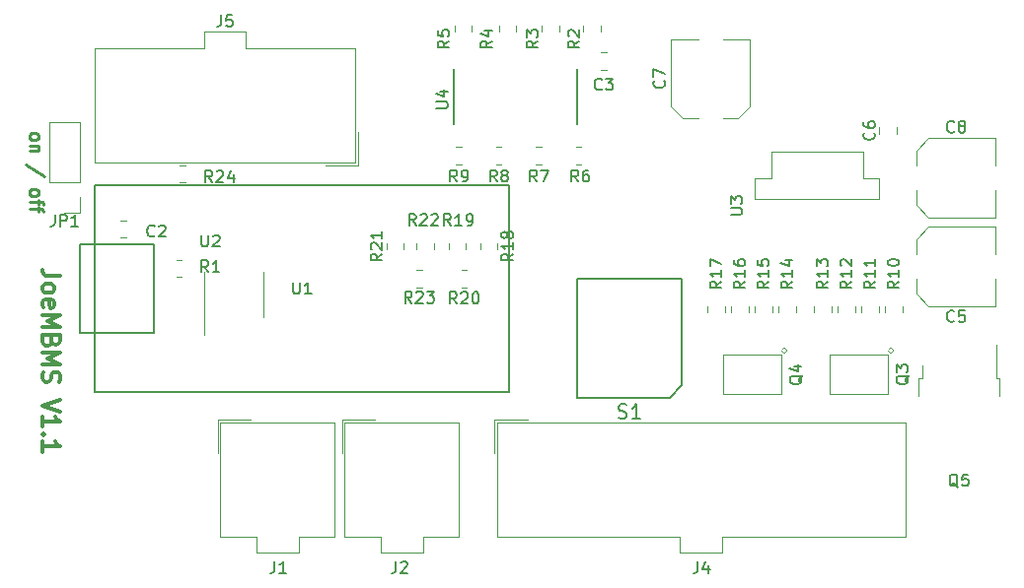
<source format=gbr>
%TF.GenerationSoftware,KiCad,Pcbnew,5.1.9+dfsg1-1*%
%TF.CreationDate,2021-07-09T17:21:31+02:00*%
%TF.ProjectId,JoeMBMS_V1.1,4a6f654d-424d-4535-9f56-312e312e6b69,rev?*%
%TF.SameCoordinates,Original*%
%TF.FileFunction,Legend,Top*%
%TF.FilePolarity,Positive*%
%FSLAX46Y46*%
G04 Gerber Fmt 4.6, Leading zero omitted, Abs format (unit mm)*
G04 Created by KiCad (PCBNEW 5.1.9+dfsg1-1) date 2021-07-09 17:21:31*
%MOMM*%
%LPD*%
G01*
G04 APERTURE LIST*
%ADD10C,0.275000*%
%ADD11C,0.300000*%
%ADD12C,0.120000*%
%ADD13C,0.152400*%
%ADD14C,0.150000*%
G04 APERTURE END LIST*
D10*
X94199142Y-90609333D02*
X94256285Y-90504571D01*
X94313428Y-90452190D01*
X94427714Y-90399809D01*
X94770571Y-90399809D01*
X94884857Y-90452190D01*
X94942000Y-90504571D01*
X94999142Y-90609333D01*
X94999142Y-90766476D01*
X94942000Y-90871238D01*
X94884857Y-90923619D01*
X94770571Y-90976000D01*
X94427714Y-90976000D01*
X94313428Y-90923619D01*
X94256285Y-90871238D01*
X94199142Y-90766476D01*
X94199142Y-90609333D01*
X94999142Y-91447428D02*
X94199142Y-91447428D01*
X94884857Y-91447428D02*
X94942000Y-91499809D01*
X94999142Y-91604571D01*
X94999142Y-91761714D01*
X94942000Y-91866476D01*
X94827714Y-91918857D01*
X94199142Y-91918857D01*
X95456285Y-94066476D02*
X93913428Y-93123619D01*
X94199142Y-95428380D02*
X94256285Y-95323619D01*
X94313428Y-95271238D01*
X94427714Y-95218857D01*
X94770571Y-95218857D01*
X94884857Y-95271238D01*
X94942000Y-95323619D01*
X94999142Y-95428380D01*
X94999142Y-95585523D01*
X94942000Y-95690285D01*
X94884857Y-95742666D01*
X94770571Y-95795047D01*
X94427714Y-95795047D01*
X94313428Y-95742666D01*
X94256285Y-95690285D01*
X94199142Y-95585523D01*
X94199142Y-95428380D01*
X94999142Y-96109333D02*
X94999142Y-96528380D01*
X94199142Y-96266476D02*
X95227714Y-96266476D01*
X95342000Y-96318857D01*
X95399142Y-96423619D01*
X95399142Y-96528380D01*
X94999142Y-96737904D02*
X94999142Y-97156952D01*
X94199142Y-96895047D02*
X95227714Y-96895047D01*
X95342000Y-96947428D01*
X95399142Y-97052190D01*
X95399142Y-97156952D01*
D11*
X96833428Y-102696285D02*
X95762000Y-102696285D01*
X95547714Y-102624857D01*
X95404857Y-102482000D01*
X95333428Y-102267714D01*
X95333428Y-102124857D01*
X95333428Y-103624857D02*
X95404857Y-103482000D01*
X95476285Y-103410571D01*
X95619142Y-103339142D01*
X96047714Y-103339142D01*
X96190571Y-103410571D01*
X96262000Y-103482000D01*
X96333428Y-103624857D01*
X96333428Y-103839142D01*
X96262000Y-103982000D01*
X96190571Y-104053428D01*
X96047714Y-104124857D01*
X95619142Y-104124857D01*
X95476285Y-104053428D01*
X95404857Y-103982000D01*
X95333428Y-103839142D01*
X95333428Y-103624857D01*
X95404857Y-105339142D02*
X95333428Y-105196285D01*
X95333428Y-104910571D01*
X95404857Y-104767714D01*
X95547714Y-104696285D01*
X96119142Y-104696285D01*
X96262000Y-104767714D01*
X96333428Y-104910571D01*
X96333428Y-105196285D01*
X96262000Y-105339142D01*
X96119142Y-105410571D01*
X95976285Y-105410571D01*
X95833428Y-104696285D01*
X95333428Y-106053428D02*
X96833428Y-106053428D01*
X95762000Y-106553428D01*
X96833428Y-107053428D01*
X95333428Y-107053428D01*
X96119142Y-108267714D02*
X96047714Y-108482000D01*
X95976285Y-108553428D01*
X95833428Y-108624857D01*
X95619142Y-108624857D01*
X95476285Y-108553428D01*
X95404857Y-108482000D01*
X95333428Y-108339142D01*
X95333428Y-107767714D01*
X96833428Y-107767714D01*
X96833428Y-108267714D01*
X96762000Y-108410571D01*
X96690571Y-108482000D01*
X96547714Y-108553428D01*
X96404857Y-108553428D01*
X96262000Y-108482000D01*
X96190571Y-108410571D01*
X96119142Y-108267714D01*
X96119142Y-107767714D01*
X95333428Y-109267714D02*
X96833428Y-109267714D01*
X95762000Y-109767714D01*
X96833428Y-110267714D01*
X95333428Y-110267714D01*
X95404857Y-110910571D02*
X95333428Y-111124857D01*
X95333428Y-111482000D01*
X95404857Y-111624857D01*
X95476285Y-111696285D01*
X95619142Y-111767714D01*
X95762000Y-111767714D01*
X95904857Y-111696285D01*
X95976285Y-111624857D01*
X96047714Y-111482000D01*
X96119142Y-111196285D01*
X96190571Y-111053428D01*
X96262000Y-110982000D01*
X96404857Y-110910571D01*
X96547714Y-110910571D01*
X96690571Y-110982000D01*
X96762000Y-111053428D01*
X96833428Y-111196285D01*
X96833428Y-111553428D01*
X96762000Y-111767714D01*
X96833428Y-113339142D02*
X95333428Y-113839142D01*
X96833428Y-114339142D01*
X95333428Y-115624857D02*
X95333428Y-114767714D01*
X95333428Y-115196285D02*
X96833428Y-115196285D01*
X96619142Y-115053428D01*
X96476285Y-114910571D01*
X96404857Y-114767714D01*
X95476285Y-116267714D02*
X95404857Y-116339142D01*
X95333428Y-116267714D01*
X95404857Y-116196285D01*
X95476285Y-116267714D01*
X95333428Y-116267714D01*
X95333428Y-117767714D02*
X95333428Y-116910571D01*
X95333428Y-117339142D02*
X96833428Y-117339142D01*
X96619142Y-117196285D01*
X96476285Y-117053428D01*
X96404857Y-116910571D01*
D12*
%TO.C,JP1*%
X98548500Y-89475000D02*
X95888500Y-89475000D01*
X98548500Y-94615000D02*
X98548500Y-89475000D01*
X95888500Y-94615000D02*
X95888500Y-89475000D01*
X98548500Y-94615000D02*
X95888500Y-94615000D01*
X98548500Y-95885000D02*
X98548500Y-97215000D01*
X98548500Y-97215000D02*
X97218500Y-97215000D01*
D13*
%TO.C,U4*%
X130606800Y-84848700D02*
X130606800Y-89649300D01*
X141173200Y-89649300D02*
X141173200Y-84848700D01*
D14*
%TO.C,U1*%
X99822000Y-107569000D02*
X98552000Y-107569000D01*
X98552000Y-107569000D02*
X98552000Y-99949000D01*
X98552000Y-99949000D02*
X99822000Y-99949000D01*
X104902000Y-107569000D02*
X104902000Y-99949000D01*
X104902000Y-99949000D02*
X99822000Y-99949000D01*
X104902000Y-107569000D02*
X99822000Y-107569000D01*
X99822000Y-94869000D02*
X135382000Y-94869000D01*
X135382000Y-94869000D02*
X135382000Y-112649000D01*
X135382000Y-112649000D02*
X99822000Y-112649000D01*
X99822000Y-112649000D02*
X99822000Y-94869000D01*
D12*
%TO.C,U3*%
X167128000Y-96011000D02*
X167128000Y-94231000D01*
X156458000Y-96011000D02*
X167128000Y-96011000D01*
X156458000Y-94241000D02*
X156458000Y-96011000D01*
X156458000Y-94231000D02*
X157858000Y-94231000D01*
X157858000Y-94231000D02*
X157858000Y-91991000D01*
X157858000Y-91991000D02*
X165738000Y-91991000D01*
X165738000Y-91991000D02*
X165738000Y-94231000D01*
X165738000Y-94231000D02*
X167128000Y-94231000D01*
%TO.C,C8*%
X177146000Y-97644000D02*
X177146000Y-95294000D01*
X177146000Y-90824000D02*
X177146000Y-93174000D01*
X171390437Y-90824000D02*
X177146000Y-90824000D01*
X171390437Y-97644000D02*
X177146000Y-97644000D01*
X170326000Y-96579563D02*
X170326000Y-95294000D01*
X170326000Y-91888437D02*
X170326000Y-93174000D01*
X170326000Y-91888437D02*
X171390437Y-90824000D01*
X170326000Y-96579563D02*
X171390437Y-97644000D01*
%TO.C,C7*%
X156064000Y-82315000D02*
X153714000Y-82315000D01*
X149244000Y-82315000D02*
X151594000Y-82315000D01*
X149244000Y-88070563D02*
X149244000Y-82315000D01*
X156064000Y-88070563D02*
X156064000Y-82315000D01*
X154999563Y-89135000D02*
X153714000Y-89135000D01*
X150308437Y-89135000D02*
X151594000Y-89135000D01*
X150308437Y-89135000D02*
X149244000Y-88070563D01*
X154999563Y-89135000D02*
X156064000Y-88070563D01*
%TO.C,C5*%
X177146000Y-105238600D02*
X177146000Y-102888600D01*
X177146000Y-98418600D02*
X177146000Y-100768600D01*
X171390437Y-98418600D02*
X177146000Y-98418600D01*
X171390437Y-105238600D02*
X177146000Y-105238600D01*
X170326000Y-104174163D02*
X170326000Y-102888600D01*
X170326000Y-99483037D02*
X170326000Y-100768600D01*
X170326000Y-99483037D02*
X171390437Y-98418600D01*
X170326000Y-104174163D02*
X171390437Y-105238600D01*
%TO.C,R12*%
X163603000Y-105309936D02*
X163603000Y-105764064D01*
X165073000Y-105309936D02*
X165073000Y-105764064D01*
%TO.C,C2*%
X102547052Y-99388600D02*
X102024548Y-99388600D01*
X102547052Y-97918600D02*
X102024548Y-97918600D01*
%TO.C,C3*%
X143248748Y-84936000D02*
X143771252Y-84936000D01*
X143248748Y-83466000D02*
X143771252Y-83466000D01*
%TO.C,C6*%
X167159000Y-89908748D02*
X167159000Y-90431252D01*
X168629000Y-89908748D02*
X168629000Y-90431252D01*
%TO.C,J1*%
X115511000Y-115242000D02*
X110601000Y-115242000D01*
X110601000Y-115242000D02*
X110601000Y-125062000D01*
X110601000Y-125062000D02*
X113701000Y-125062000D01*
X113701000Y-125062000D02*
X113701000Y-126462000D01*
X113701000Y-126462000D02*
X115511000Y-126462000D01*
X115511000Y-115242000D02*
X120421000Y-115242000D01*
X120421000Y-115242000D02*
X120421000Y-125062000D01*
X120421000Y-125062000D02*
X117321000Y-125062000D01*
X117321000Y-125062000D02*
X117321000Y-126462000D01*
X117321000Y-126462000D02*
X115511000Y-126462000D01*
X113211000Y-115002000D02*
X110361000Y-115002000D01*
X110361000Y-115002000D02*
X110361000Y-117852000D01*
%TO.C,J2*%
X121029000Y-115002000D02*
X121029000Y-117852000D01*
X123879000Y-115002000D02*
X121029000Y-115002000D01*
X127989000Y-126462000D02*
X126179000Y-126462000D01*
X127989000Y-125062000D02*
X127989000Y-126462000D01*
X131089000Y-125062000D02*
X127989000Y-125062000D01*
X131089000Y-115242000D02*
X131089000Y-125062000D01*
X126179000Y-115242000D02*
X131089000Y-115242000D01*
X124369000Y-126462000D02*
X126179000Y-126462000D01*
X124369000Y-125062000D02*
X124369000Y-126462000D01*
X121269000Y-125062000D02*
X124369000Y-125062000D01*
X121269000Y-115242000D02*
X121269000Y-125062000D01*
X126179000Y-115242000D02*
X121269000Y-115242000D01*
%TO.C,J4*%
X134110000Y-115002000D02*
X134110000Y-117852000D01*
X136960000Y-115002000D02*
X134110000Y-115002000D01*
X153670000Y-126462000D02*
X151860000Y-126462000D01*
X153670000Y-125062000D02*
X153670000Y-126462000D01*
X169370000Y-125062000D02*
X153670000Y-125062000D01*
X169370000Y-115242000D02*
X169370000Y-125062000D01*
X151860000Y-115242000D02*
X169370000Y-115242000D01*
X150050000Y-126462000D02*
X151860000Y-126462000D01*
X150050000Y-125062000D02*
X150050000Y-126462000D01*
X134350000Y-125062000D02*
X150050000Y-125062000D01*
X134350000Y-115242000D02*
X134350000Y-125062000D01*
X151860000Y-115242000D02*
X134350000Y-115242000D01*
%TO.C,J5*%
X122430000Y-93151000D02*
X122430000Y-90301000D01*
X119580000Y-93151000D02*
X122430000Y-93151000D01*
X109170000Y-81691000D02*
X110980000Y-81691000D01*
X109170000Y-83091000D02*
X109170000Y-81691000D01*
X99770000Y-83091000D02*
X109170000Y-83091000D01*
X99770000Y-92911000D02*
X99770000Y-83091000D01*
X110980000Y-92911000D02*
X99770000Y-92911000D01*
X112790000Y-81691000D02*
X110980000Y-81691000D01*
X112790000Y-83091000D02*
X112790000Y-81691000D01*
X122190000Y-83091000D02*
X112790000Y-83091000D01*
X122190000Y-92911000D02*
X122190000Y-83091000D01*
X110980000Y-92911000D02*
X122190000Y-92911000D01*
%TO.C,Q3*%
X162854000Y-112845000D02*
X167854000Y-112845000D01*
X162854000Y-109405000D02*
X167854000Y-109405000D01*
X167854000Y-109405000D02*
X167854000Y-112845000D01*
X162854000Y-109405000D02*
X162854000Y-112845000D01*
X168348000Y-109093000D02*
G75*
G03*
X168348000Y-109093000I-200000J0D01*
G01*
%TO.C,Q4*%
X159204000Y-109093000D02*
G75*
G03*
X159204000Y-109093000I-200000J0D01*
G01*
X153710000Y-109405000D02*
X153710000Y-112845000D01*
X158710000Y-109405000D02*
X158710000Y-112845000D01*
X153710000Y-109405000D02*
X158710000Y-109405000D01*
X153710000Y-112845000D02*
X158710000Y-112845000D01*
%TO.C,Q5*%
X170810000Y-111449000D02*
X170810000Y-110349000D01*
X170540000Y-111449000D02*
X170810000Y-111449000D01*
X170540000Y-112949000D02*
X170540000Y-111449000D01*
X177170000Y-111449000D02*
X177170000Y-108619000D01*
X177440000Y-111449000D02*
X177170000Y-111449000D01*
X177440000Y-112949000D02*
X177440000Y-111449000D01*
%TO.C,R1*%
X106833936Y-101271400D02*
X107288064Y-101271400D01*
X106833936Y-102741400D02*
X107288064Y-102741400D01*
%TO.C,R2*%
X143229000Y-81179936D02*
X143229000Y-81634064D01*
X141759000Y-81179936D02*
X141759000Y-81634064D01*
%TO.C,R3*%
X138203000Y-81179936D02*
X138203000Y-81634064D01*
X139673000Y-81179936D02*
X139673000Y-81634064D01*
%TO.C,R4*%
X134520000Y-81179936D02*
X134520000Y-81634064D01*
X135990000Y-81179936D02*
X135990000Y-81634064D01*
%TO.C,R5*%
X132180000Y-81179936D02*
X132180000Y-81634064D01*
X130710000Y-81179936D02*
X130710000Y-81634064D01*
%TO.C,R6*%
X141123936Y-91594000D02*
X141578064Y-91594000D01*
X141123936Y-93064000D02*
X141578064Y-93064000D01*
%TO.C,R7*%
X137694936Y-93064000D02*
X138149064Y-93064000D01*
X137694936Y-91594000D02*
X138149064Y-91594000D01*
%TO.C,R8*%
X134265936Y-93064000D02*
X134720064Y-93064000D01*
X134265936Y-91594000D02*
X134720064Y-91594000D01*
%TO.C,R9*%
X130836936Y-91594000D02*
X131291064Y-91594000D01*
X130836936Y-93064000D02*
X131291064Y-93064000D01*
%TO.C,R10*%
X167667000Y-105309936D02*
X167667000Y-105764064D01*
X169137000Y-105309936D02*
X169137000Y-105764064D01*
%TO.C,R11*%
X167105000Y-105309936D02*
X167105000Y-105764064D01*
X165635000Y-105309936D02*
X165635000Y-105764064D01*
%TO.C,R13*%
X161571000Y-105309936D02*
X161571000Y-105764064D01*
X163041000Y-105309936D02*
X163041000Y-105764064D01*
%TO.C,R14*%
X158523000Y-105309936D02*
X158523000Y-105764064D01*
X159993000Y-105309936D02*
X159993000Y-105764064D01*
%TO.C,R15*%
X157961000Y-105309936D02*
X157961000Y-105764064D01*
X156491000Y-105309936D02*
X156491000Y-105764064D01*
%TO.C,R16*%
X154459000Y-105309936D02*
X154459000Y-105764064D01*
X155929000Y-105309936D02*
X155929000Y-105764064D01*
%TO.C,R17*%
X153897000Y-105309936D02*
X153897000Y-105764064D01*
X152427000Y-105309936D02*
X152427000Y-105764064D01*
%TO.C,R18*%
X134364400Y-99899736D02*
X134364400Y-100353864D01*
X132894400Y-99899736D02*
X132894400Y-100353864D01*
%TO.C,R19*%
X131672000Y-100353864D02*
X131672000Y-99899736D01*
X130202000Y-100353864D02*
X130202000Y-99899736D01*
%TO.C,R20*%
X131294136Y-102185800D02*
X131748264Y-102185800D01*
X131294136Y-103655800D02*
X131748264Y-103655800D01*
%TO.C,R21*%
X124868000Y-99899736D02*
X124868000Y-100353864D01*
X126338000Y-99899736D02*
X126338000Y-100353864D01*
%TO.C,R22*%
X127433400Y-100353864D02*
X127433400Y-99899736D01*
X128903400Y-100353864D02*
X128903400Y-99899736D01*
%TO.C,R23*%
X127887464Y-102160400D02*
X127433336Y-102160400D01*
X127887464Y-103630400D02*
X127433336Y-103630400D01*
%TO.C,U2*%
X109200000Y-104267000D02*
X109200000Y-107717000D01*
X109200000Y-104267000D02*
X109200000Y-102317000D01*
X114320000Y-104267000D02*
X114320000Y-106217000D01*
X114320000Y-104267000D02*
X114320000Y-102317000D01*
%TO.C,R24*%
X107113336Y-94613400D02*
X107567464Y-94613400D01*
X107113336Y-93143400D02*
X107567464Y-93143400D01*
D14*
%TO.C,S1*%
X141193100Y-102890200D02*
X141193100Y-112160200D01*
X150193100Y-102890200D02*
X141193100Y-102890200D01*
X141193100Y-113160200D02*
X149193100Y-113160200D01*
X141193100Y-112025200D02*
X141193100Y-113160200D01*
X150193100Y-112025200D02*
X149193100Y-113160200D01*
X150193100Y-102890200D02*
X150193100Y-112025200D01*
%TO.C,JP1*%
X96385166Y-97397380D02*
X96385166Y-98111666D01*
X96337547Y-98254523D01*
X96242309Y-98349761D01*
X96099452Y-98397380D01*
X96004214Y-98397380D01*
X96861357Y-98397380D02*
X96861357Y-97397380D01*
X97242309Y-97397380D01*
X97337547Y-97445000D01*
X97385166Y-97492619D01*
X97432785Y-97587857D01*
X97432785Y-97730714D01*
X97385166Y-97825952D01*
X97337547Y-97873571D01*
X97242309Y-97921190D01*
X96861357Y-97921190D01*
X98385166Y-98397380D02*
X97813738Y-98397380D01*
X98099452Y-98397380D02*
X98099452Y-97397380D01*
X98004214Y-97540238D01*
X97908976Y-97635476D01*
X97813738Y-97683095D01*
%TO.C,U4*%
X129119380Y-88264904D02*
X129928904Y-88264904D01*
X130024142Y-88217285D01*
X130071761Y-88169666D01*
X130119380Y-88074428D01*
X130119380Y-87883952D01*
X130071761Y-87788714D01*
X130024142Y-87741095D01*
X129928904Y-87693476D01*
X129119380Y-87693476D01*
X129452714Y-86788714D02*
X130119380Y-86788714D01*
X129071761Y-87026809D02*
X129786047Y-87264904D01*
X129786047Y-86645857D01*
%TO.C,U1*%
X116840095Y-103211380D02*
X116840095Y-104020904D01*
X116887714Y-104116142D01*
X116935333Y-104163761D01*
X117030571Y-104211380D01*
X117221047Y-104211380D01*
X117316285Y-104163761D01*
X117363904Y-104116142D01*
X117411523Y-104020904D01*
X117411523Y-103211380D01*
X118411523Y-104211380D02*
X117840095Y-104211380D01*
X118125809Y-104211380D02*
X118125809Y-103211380D01*
X118030571Y-103354238D01*
X117935333Y-103449476D01*
X117840095Y-103497095D01*
%TO.C,U3*%
X154392380Y-97408904D02*
X155201904Y-97408904D01*
X155297142Y-97361285D01*
X155344761Y-97313666D01*
X155392380Y-97218428D01*
X155392380Y-97027952D01*
X155344761Y-96932714D01*
X155297142Y-96885095D01*
X155201904Y-96837476D01*
X154392380Y-96837476D01*
X154392380Y-96456523D02*
X154392380Y-95837476D01*
X154773333Y-96170809D01*
X154773333Y-96027952D01*
X154820952Y-95932714D01*
X154868571Y-95885095D01*
X154963809Y-95837476D01*
X155201904Y-95837476D01*
X155297142Y-95885095D01*
X155344761Y-95932714D01*
X155392380Y-96027952D01*
X155392380Y-96313666D01*
X155344761Y-96408904D01*
X155297142Y-96456523D01*
%TO.C,C8*%
X173569333Y-90241142D02*
X173521714Y-90288761D01*
X173378857Y-90336380D01*
X173283619Y-90336380D01*
X173140761Y-90288761D01*
X173045523Y-90193523D01*
X172997904Y-90098285D01*
X172950285Y-89907809D01*
X172950285Y-89764952D01*
X172997904Y-89574476D01*
X173045523Y-89479238D01*
X173140761Y-89384000D01*
X173283619Y-89336380D01*
X173378857Y-89336380D01*
X173521714Y-89384000D01*
X173569333Y-89431619D01*
X174140761Y-89764952D02*
X174045523Y-89717333D01*
X173997904Y-89669714D01*
X173950285Y-89574476D01*
X173950285Y-89526857D01*
X173997904Y-89431619D01*
X174045523Y-89384000D01*
X174140761Y-89336380D01*
X174331238Y-89336380D01*
X174426476Y-89384000D01*
X174474095Y-89431619D01*
X174521714Y-89526857D01*
X174521714Y-89574476D01*
X174474095Y-89669714D01*
X174426476Y-89717333D01*
X174331238Y-89764952D01*
X174140761Y-89764952D01*
X174045523Y-89812571D01*
X173997904Y-89860190D01*
X173950285Y-89955428D01*
X173950285Y-90145904D01*
X173997904Y-90241142D01*
X174045523Y-90288761D01*
X174140761Y-90336380D01*
X174331238Y-90336380D01*
X174426476Y-90288761D01*
X174474095Y-90241142D01*
X174521714Y-90145904D01*
X174521714Y-89955428D01*
X174474095Y-89860190D01*
X174426476Y-89812571D01*
X174331238Y-89764952D01*
%TO.C,C7*%
X148661142Y-85891666D02*
X148708761Y-85939285D01*
X148756380Y-86082142D01*
X148756380Y-86177380D01*
X148708761Y-86320238D01*
X148613523Y-86415476D01*
X148518285Y-86463095D01*
X148327809Y-86510714D01*
X148184952Y-86510714D01*
X147994476Y-86463095D01*
X147899238Y-86415476D01*
X147804000Y-86320238D01*
X147756380Y-86177380D01*
X147756380Y-86082142D01*
X147804000Y-85939285D01*
X147851619Y-85891666D01*
X147756380Y-85558333D02*
X147756380Y-84891666D01*
X148756380Y-85320238D01*
%TO.C,C5*%
X173569333Y-106529142D02*
X173521714Y-106576761D01*
X173378857Y-106624380D01*
X173283619Y-106624380D01*
X173140761Y-106576761D01*
X173045523Y-106481523D01*
X172997904Y-106386285D01*
X172950285Y-106195809D01*
X172950285Y-106052952D01*
X172997904Y-105862476D01*
X173045523Y-105767238D01*
X173140761Y-105672000D01*
X173283619Y-105624380D01*
X173378857Y-105624380D01*
X173521714Y-105672000D01*
X173569333Y-105719619D01*
X174474095Y-105624380D02*
X173997904Y-105624380D01*
X173950285Y-106100571D01*
X173997904Y-106052952D01*
X174093142Y-106005333D01*
X174331238Y-106005333D01*
X174426476Y-106052952D01*
X174474095Y-106100571D01*
X174521714Y-106195809D01*
X174521714Y-106433904D01*
X174474095Y-106529142D01*
X174426476Y-106576761D01*
X174331238Y-106624380D01*
X174093142Y-106624380D01*
X173997904Y-106576761D01*
X173950285Y-106529142D01*
%TO.C,R12*%
X164790380Y-103131857D02*
X164314190Y-103465190D01*
X164790380Y-103703285D02*
X163790380Y-103703285D01*
X163790380Y-103322333D01*
X163838000Y-103227095D01*
X163885619Y-103179476D01*
X163980857Y-103131857D01*
X164123714Y-103131857D01*
X164218952Y-103179476D01*
X164266571Y-103227095D01*
X164314190Y-103322333D01*
X164314190Y-103703285D01*
X164790380Y-102179476D02*
X164790380Y-102750904D01*
X164790380Y-102465190D02*
X163790380Y-102465190D01*
X163933238Y-102560428D01*
X164028476Y-102655666D01*
X164076095Y-102750904D01*
X163885619Y-101798523D02*
X163838000Y-101750904D01*
X163790380Y-101655666D01*
X163790380Y-101417571D01*
X163838000Y-101322333D01*
X163885619Y-101274714D01*
X163980857Y-101227095D01*
X164076095Y-101227095D01*
X164218952Y-101274714D01*
X164790380Y-101846142D01*
X164790380Y-101227095D01*
%TO.C,C2*%
X104938533Y-99213942D02*
X104890914Y-99261561D01*
X104748057Y-99309180D01*
X104652819Y-99309180D01*
X104509961Y-99261561D01*
X104414723Y-99166323D01*
X104367104Y-99071085D01*
X104319485Y-98880609D01*
X104319485Y-98737752D01*
X104367104Y-98547276D01*
X104414723Y-98452038D01*
X104509961Y-98356800D01*
X104652819Y-98309180D01*
X104748057Y-98309180D01*
X104890914Y-98356800D01*
X104938533Y-98404419D01*
X105319485Y-98404419D02*
X105367104Y-98356800D01*
X105462342Y-98309180D01*
X105700438Y-98309180D01*
X105795676Y-98356800D01*
X105843295Y-98404419D01*
X105890914Y-98499657D01*
X105890914Y-98594895D01*
X105843295Y-98737752D01*
X105271866Y-99309180D01*
X105890914Y-99309180D01*
%TO.C,C3*%
X143343333Y-86590142D02*
X143295714Y-86637761D01*
X143152857Y-86685380D01*
X143057619Y-86685380D01*
X142914761Y-86637761D01*
X142819523Y-86542523D01*
X142771904Y-86447285D01*
X142724285Y-86256809D01*
X142724285Y-86113952D01*
X142771904Y-85923476D01*
X142819523Y-85828238D01*
X142914761Y-85733000D01*
X143057619Y-85685380D01*
X143152857Y-85685380D01*
X143295714Y-85733000D01*
X143343333Y-85780619D01*
X143676666Y-85685380D02*
X144295714Y-85685380D01*
X143962380Y-86066333D01*
X144105238Y-86066333D01*
X144200476Y-86113952D01*
X144248095Y-86161571D01*
X144295714Y-86256809D01*
X144295714Y-86494904D01*
X144248095Y-86590142D01*
X144200476Y-86637761D01*
X144105238Y-86685380D01*
X143819523Y-86685380D01*
X143724285Y-86637761D01*
X143676666Y-86590142D01*
%TO.C,C6*%
X166676342Y-90336666D02*
X166723961Y-90384285D01*
X166771580Y-90527142D01*
X166771580Y-90622380D01*
X166723961Y-90765238D01*
X166628723Y-90860476D01*
X166533485Y-90908095D01*
X166343009Y-90955714D01*
X166200152Y-90955714D01*
X166009676Y-90908095D01*
X165914438Y-90860476D01*
X165819200Y-90765238D01*
X165771580Y-90622380D01*
X165771580Y-90527142D01*
X165819200Y-90384285D01*
X165866819Y-90336666D01*
X165771580Y-89479523D02*
X165771580Y-89670000D01*
X165819200Y-89765238D01*
X165866819Y-89812857D01*
X166009676Y-89908095D01*
X166200152Y-89955714D01*
X166581104Y-89955714D01*
X166676342Y-89908095D01*
X166723961Y-89860476D01*
X166771580Y-89765238D01*
X166771580Y-89574761D01*
X166723961Y-89479523D01*
X166676342Y-89431904D01*
X166581104Y-89384285D01*
X166343009Y-89384285D01*
X166247771Y-89431904D01*
X166200152Y-89479523D01*
X166152533Y-89574761D01*
X166152533Y-89765238D01*
X166200152Y-89860476D01*
X166247771Y-89908095D01*
X166343009Y-89955714D01*
%TO.C,J1*%
X115236666Y-127214380D02*
X115236666Y-127928666D01*
X115189047Y-128071523D01*
X115093809Y-128166761D01*
X114950952Y-128214380D01*
X114855714Y-128214380D01*
X116236666Y-128214380D02*
X115665238Y-128214380D01*
X115950952Y-128214380D02*
X115950952Y-127214380D01*
X115855714Y-127357238D01*
X115760476Y-127452476D01*
X115665238Y-127500095D01*
%TO.C,J2*%
X125650666Y-127214380D02*
X125650666Y-127928666D01*
X125603047Y-128071523D01*
X125507809Y-128166761D01*
X125364952Y-128214380D01*
X125269714Y-128214380D01*
X126079238Y-127309619D02*
X126126857Y-127262000D01*
X126222095Y-127214380D01*
X126460190Y-127214380D01*
X126555428Y-127262000D01*
X126603047Y-127309619D01*
X126650666Y-127404857D01*
X126650666Y-127500095D01*
X126603047Y-127642952D01*
X126031619Y-128214380D01*
X126650666Y-128214380D01*
%TO.C,J4*%
X151558666Y-127214380D02*
X151558666Y-127928666D01*
X151511047Y-128071523D01*
X151415809Y-128166761D01*
X151272952Y-128214380D01*
X151177714Y-128214380D01*
X152463428Y-127547714D02*
X152463428Y-128214380D01*
X152225333Y-127166761D02*
X151987238Y-127881047D01*
X152606285Y-127881047D01*
%TO.C,J5*%
X110664666Y-80224380D02*
X110664666Y-80938666D01*
X110617047Y-81081523D01*
X110521809Y-81176761D01*
X110378952Y-81224380D01*
X110283714Y-81224380D01*
X111617047Y-80224380D02*
X111140857Y-80224380D01*
X111093238Y-80700571D01*
X111140857Y-80652952D01*
X111236095Y-80605333D01*
X111474190Y-80605333D01*
X111569428Y-80652952D01*
X111617047Y-80700571D01*
X111664666Y-80795809D01*
X111664666Y-81033904D01*
X111617047Y-81129142D01*
X111569428Y-81176761D01*
X111474190Y-81224380D01*
X111236095Y-81224380D01*
X111140857Y-81176761D01*
X111093238Y-81129142D01*
%TO.C,Q3*%
X169711619Y-111220238D02*
X169664000Y-111315476D01*
X169568761Y-111410714D01*
X169425904Y-111553571D01*
X169378285Y-111648809D01*
X169378285Y-111744047D01*
X169616380Y-111696428D02*
X169568761Y-111791666D01*
X169473523Y-111886904D01*
X169283047Y-111934523D01*
X168949714Y-111934523D01*
X168759238Y-111886904D01*
X168664000Y-111791666D01*
X168616380Y-111696428D01*
X168616380Y-111505952D01*
X168664000Y-111410714D01*
X168759238Y-111315476D01*
X168949714Y-111267857D01*
X169283047Y-111267857D01*
X169473523Y-111315476D01*
X169568761Y-111410714D01*
X169616380Y-111505952D01*
X169616380Y-111696428D01*
X168616380Y-110934523D02*
X168616380Y-110315476D01*
X168997333Y-110648809D01*
X168997333Y-110505952D01*
X169044952Y-110410714D01*
X169092571Y-110363095D01*
X169187809Y-110315476D01*
X169425904Y-110315476D01*
X169521142Y-110363095D01*
X169568761Y-110410714D01*
X169616380Y-110505952D01*
X169616380Y-110791666D01*
X169568761Y-110886904D01*
X169521142Y-110934523D01*
%TO.C,Q4*%
X160567619Y-111220238D02*
X160520000Y-111315476D01*
X160424761Y-111410714D01*
X160281904Y-111553571D01*
X160234285Y-111648809D01*
X160234285Y-111744047D01*
X160472380Y-111696428D02*
X160424761Y-111791666D01*
X160329523Y-111886904D01*
X160139047Y-111934523D01*
X159805714Y-111934523D01*
X159615238Y-111886904D01*
X159520000Y-111791666D01*
X159472380Y-111696428D01*
X159472380Y-111505952D01*
X159520000Y-111410714D01*
X159615238Y-111315476D01*
X159805714Y-111267857D01*
X160139047Y-111267857D01*
X160329523Y-111315476D01*
X160424761Y-111410714D01*
X160472380Y-111505952D01*
X160472380Y-111696428D01*
X159805714Y-110410714D02*
X160472380Y-110410714D01*
X159424761Y-110648809D02*
X160139047Y-110886904D01*
X160139047Y-110267857D01*
%TO.C,Q5*%
X173894761Y-120816619D02*
X173799523Y-120769000D01*
X173704285Y-120673761D01*
X173561428Y-120530904D01*
X173466190Y-120483285D01*
X173370952Y-120483285D01*
X173418571Y-120721380D02*
X173323333Y-120673761D01*
X173228095Y-120578523D01*
X173180476Y-120388047D01*
X173180476Y-120054714D01*
X173228095Y-119864238D01*
X173323333Y-119769000D01*
X173418571Y-119721380D01*
X173609047Y-119721380D01*
X173704285Y-119769000D01*
X173799523Y-119864238D01*
X173847142Y-120054714D01*
X173847142Y-120388047D01*
X173799523Y-120578523D01*
X173704285Y-120673761D01*
X173609047Y-120721380D01*
X173418571Y-120721380D01*
X174751904Y-119721380D02*
X174275714Y-119721380D01*
X174228095Y-120197571D01*
X174275714Y-120149952D01*
X174370952Y-120102333D01*
X174609047Y-120102333D01*
X174704285Y-120149952D01*
X174751904Y-120197571D01*
X174799523Y-120292809D01*
X174799523Y-120530904D01*
X174751904Y-120626142D01*
X174704285Y-120673761D01*
X174609047Y-120721380D01*
X174370952Y-120721380D01*
X174275714Y-120673761D01*
X174228095Y-120626142D01*
%TO.C,R1*%
X109561333Y-102331780D02*
X109228000Y-101855590D01*
X108989904Y-102331780D02*
X108989904Y-101331780D01*
X109370857Y-101331780D01*
X109466095Y-101379400D01*
X109513714Y-101427019D01*
X109561333Y-101522257D01*
X109561333Y-101665114D01*
X109513714Y-101760352D01*
X109466095Y-101807971D01*
X109370857Y-101855590D01*
X108989904Y-101855590D01*
X110513714Y-102331780D02*
X109942285Y-102331780D01*
X110228000Y-102331780D02*
X110228000Y-101331780D01*
X110132761Y-101474638D01*
X110037523Y-101569876D01*
X109942285Y-101617495D01*
%TO.C,R2*%
X141422380Y-82462666D02*
X140946190Y-82796000D01*
X141422380Y-83034095D02*
X140422380Y-83034095D01*
X140422380Y-82653142D01*
X140470000Y-82557904D01*
X140517619Y-82510285D01*
X140612857Y-82462666D01*
X140755714Y-82462666D01*
X140850952Y-82510285D01*
X140898571Y-82557904D01*
X140946190Y-82653142D01*
X140946190Y-83034095D01*
X140517619Y-82081714D02*
X140470000Y-82034095D01*
X140422380Y-81938857D01*
X140422380Y-81700761D01*
X140470000Y-81605523D01*
X140517619Y-81557904D01*
X140612857Y-81510285D01*
X140708095Y-81510285D01*
X140850952Y-81557904D01*
X141422380Y-82129333D01*
X141422380Y-81510285D01*
%TO.C,R3*%
X137866380Y-82462666D02*
X137390190Y-82796000D01*
X137866380Y-83034095D02*
X136866380Y-83034095D01*
X136866380Y-82653142D01*
X136914000Y-82557904D01*
X136961619Y-82510285D01*
X137056857Y-82462666D01*
X137199714Y-82462666D01*
X137294952Y-82510285D01*
X137342571Y-82557904D01*
X137390190Y-82653142D01*
X137390190Y-83034095D01*
X136866380Y-82129333D02*
X136866380Y-81510285D01*
X137247333Y-81843619D01*
X137247333Y-81700761D01*
X137294952Y-81605523D01*
X137342571Y-81557904D01*
X137437809Y-81510285D01*
X137675904Y-81510285D01*
X137771142Y-81557904D01*
X137818761Y-81605523D01*
X137866380Y-81700761D01*
X137866380Y-81986476D01*
X137818761Y-82081714D01*
X137771142Y-82129333D01*
%TO.C,R4*%
X133929380Y-82462666D02*
X133453190Y-82796000D01*
X133929380Y-83034095D02*
X132929380Y-83034095D01*
X132929380Y-82653142D01*
X132977000Y-82557904D01*
X133024619Y-82510285D01*
X133119857Y-82462666D01*
X133262714Y-82462666D01*
X133357952Y-82510285D01*
X133405571Y-82557904D01*
X133453190Y-82653142D01*
X133453190Y-83034095D01*
X133262714Y-81605523D02*
X133929380Y-81605523D01*
X132881761Y-81843619D02*
X133596047Y-82081714D01*
X133596047Y-81462666D01*
%TO.C,R5*%
X130246380Y-82462666D02*
X129770190Y-82796000D01*
X130246380Y-83034095D02*
X129246380Y-83034095D01*
X129246380Y-82653142D01*
X129294000Y-82557904D01*
X129341619Y-82510285D01*
X129436857Y-82462666D01*
X129579714Y-82462666D01*
X129674952Y-82510285D01*
X129722571Y-82557904D01*
X129770190Y-82653142D01*
X129770190Y-83034095D01*
X129246380Y-81557904D02*
X129246380Y-82034095D01*
X129722571Y-82081714D01*
X129674952Y-82034095D01*
X129627333Y-81938857D01*
X129627333Y-81700761D01*
X129674952Y-81605523D01*
X129722571Y-81557904D01*
X129817809Y-81510285D01*
X130055904Y-81510285D01*
X130151142Y-81557904D01*
X130198761Y-81605523D01*
X130246380Y-81700761D01*
X130246380Y-81938857D01*
X130198761Y-82034095D01*
X130151142Y-82081714D01*
%TO.C,R6*%
X141311333Y-94559380D02*
X140978000Y-94083190D01*
X140739904Y-94559380D02*
X140739904Y-93559380D01*
X141120857Y-93559380D01*
X141216095Y-93607000D01*
X141263714Y-93654619D01*
X141311333Y-93749857D01*
X141311333Y-93892714D01*
X141263714Y-93987952D01*
X141216095Y-94035571D01*
X141120857Y-94083190D01*
X140739904Y-94083190D01*
X142168476Y-93559380D02*
X141978000Y-93559380D01*
X141882761Y-93607000D01*
X141835142Y-93654619D01*
X141739904Y-93797476D01*
X141692285Y-93987952D01*
X141692285Y-94368904D01*
X141739904Y-94464142D01*
X141787523Y-94511761D01*
X141882761Y-94559380D01*
X142073238Y-94559380D01*
X142168476Y-94511761D01*
X142216095Y-94464142D01*
X142263714Y-94368904D01*
X142263714Y-94130809D01*
X142216095Y-94035571D01*
X142168476Y-93987952D01*
X142073238Y-93940333D01*
X141882761Y-93940333D01*
X141787523Y-93987952D01*
X141739904Y-94035571D01*
X141692285Y-94130809D01*
%TO.C,R7*%
X137755333Y-94559380D02*
X137422000Y-94083190D01*
X137183904Y-94559380D02*
X137183904Y-93559380D01*
X137564857Y-93559380D01*
X137660095Y-93607000D01*
X137707714Y-93654619D01*
X137755333Y-93749857D01*
X137755333Y-93892714D01*
X137707714Y-93987952D01*
X137660095Y-94035571D01*
X137564857Y-94083190D01*
X137183904Y-94083190D01*
X138088666Y-93559380D02*
X138755333Y-93559380D01*
X138326761Y-94559380D01*
%TO.C,R8*%
X134326333Y-94559380D02*
X133993000Y-94083190D01*
X133754904Y-94559380D02*
X133754904Y-93559380D01*
X134135857Y-93559380D01*
X134231095Y-93607000D01*
X134278714Y-93654619D01*
X134326333Y-93749857D01*
X134326333Y-93892714D01*
X134278714Y-93987952D01*
X134231095Y-94035571D01*
X134135857Y-94083190D01*
X133754904Y-94083190D01*
X134897761Y-93987952D02*
X134802523Y-93940333D01*
X134754904Y-93892714D01*
X134707285Y-93797476D01*
X134707285Y-93749857D01*
X134754904Y-93654619D01*
X134802523Y-93607000D01*
X134897761Y-93559380D01*
X135088238Y-93559380D01*
X135183476Y-93607000D01*
X135231095Y-93654619D01*
X135278714Y-93749857D01*
X135278714Y-93797476D01*
X135231095Y-93892714D01*
X135183476Y-93940333D01*
X135088238Y-93987952D01*
X134897761Y-93987952D01*
X134802523Y-94035571D01*
X134754904Y-94083190D01*
X134707285Y-94178428D01*
X134707285Y-94368904D01*
X134754904Y-94464142D01*
X134802523Y-94511761D01*
X134897761Y-94559380D01*
X135088238Y-94559380D01*
X135183476Y-94511761D01*
X135231095Y-94464142D01*
X135278714Y-94368904D01*
X135278714Y-94178428D01*
X135231095Y-94083190D01*
X135183476Y-94035571D01*
X135088238Y-93987952D01*
%TO.C,R9*%
X130897333Y-94559380D02*
X130564000Y-94083190D01*
X130325904Y-94559380D02*
X130325904Y-93559380D01*
X130706857Y-93559380D01*
X130802095Y-93607000D01*
X130849714Y-93654619D01*
X130897333Y-93749857D01*
X130897333Y-93892714D01*
X130849714Y-93987952D01*
X130802095Y-94035571D01*
X130706857Y-94083190D01*
X130325904Y-94083190D01*
X131373523Y-94559380D02*
X131564000Y-94559380D01*
X131659238Y-94511761D01*
X131706857Y-94464142D01*
X131802095Y-94321285D01*
X131849714Y-94130809D01*
X131849714Y-93749857D01*
X131802095Y-93654619D01*
X131754476Y-93607000D01*
X131659238Y-93559380D01*
X131468761Y-93559380D01*
X131373523Y-93607000D01*
X131325904Y-93654619D01*
X131278285Y-93749857D01*
X131278285Y-93987952D01*
X131325904Y-94083190D01*
X131373523Y-94130809D01*
X131468761Y-94178428D01*
X131659238Y-94178428D01*
X131754476Y-94130809D01*
X131802095Y-94083190D01*
X131849714Y-93987952D01*
%TO.C,R10*%
X168854380Y-103131857D02*
X168378190Y-103465190D01*
X168854380Y-103703285D02*
X167854380Y-103703285D01*
X167854380Y-103322333D01*
X167902000Y-103227095D01*
X167949619Y-103179476D01*
X168044857Y-103131857D01*
X168187714Y-103131857D01*
X168282952Y-103179476D01*
X168330571Y-103227095D01*
X168378190Y-103322333D01*
X168378190Y-103703285D01*
X168854380Y-102179476D02*
X168854380Y-102750904D01*
X168854380Y-102465190D02*
X167854380Y-102465190D01*
X167997238Y-102560428D01*
X168092476Y-102655666D01*
X168140095Y-102750904D01*
X167854380Y-101560428D02*
X167854380Y-101465190D01*
X167902000Y-101369952D01*
X167949619Y-101322333D01*
X168044857Y-101274714D01*
X168235333Y-101227095D01*
X168473428Y-101227095D01*
X168663904Y-101274714D01*
X168759142Y-101322333D01*
X168806761Y-101369952D01*
X168854380Y-101465190D01*
X168854380Y-101560428D01*
X168806761Y-101655666D01*
X168759142Y-101703285D01*
X168663904Y-101750904D01*
X168473428Y-101798523D01*
X168235333Y-101798523D01*
X168044857Y-101750904D01*
X167949619Y-101703285D01*
X167902000Y-101655666D01*
X167854380Y-101560428D01*
%TO.C,R11*%
X166822380Y-103131857D02*
X166346190Y-103465190D01*
X166822380Y-103703285D02*
X165822380Y-103703285D01*
X165822380Y-103322333D01*
X165870000Y-103227095D01*
X165917619Y-103179476D01*
X166012857Y-103131857D01*
X166155714Y-103131857D01*
X166250952Y-103179476D01*
X166298571Y-103227095D01*
X166346190Y-103322333D01*
X166346190Y-103703285D01*
X166822380Y-102179476D02*
X166822380Y-102750904D01*
X166822380Y-102465190D02*
X165822380Y-102465190D01*
X165965238Y-102560428D01*
X166060476Y-102655666D01*
X166108095Y-102750904D01*
X166822380Y-101227095D02*
X166822380Y-101798523D01*
X166822380Y-101512809D02*
X165822380Y-101512809D01*
X165965238Y-101608047D01*
X166060476Y-101703285D01*
X166108095Y-101798523D01*
%TO.C,R13*%
X162758380Y-103131857D02*
X162282190Y-103465190D01*
X162758380Y-103703285D02*
X161758380Y-103703285D01*
X161758380Y-103322333D01*
X161806000Y-103227095D01*
X161853619Y-103179476D01*
X161948857Y-103131857D01*
X162091714Y-103131857D01*
X162186952Y-103179476D01*
X162234571Y-103227095D01*
X162282190Y-103322333D01*
X162282190Y-103703285D01*
X162758380Y-102179476D02*
X162758380Y-102750904D01*
X162758380Y-102465190D02*
X161758380Y-102465190D01*
X161901238Y-102560428D01*
X161996476Y-102655666D01*
X162044095Y-102750904D01*
X161758380Y-101846142D02*
X161758380Y-101227095D01*
X162139333Y-101560428D01*
X162139333Y-101417571D01*
X162186952Y-101322333D01*
X162234571Y-101274714D01*
X162329809Y-101227095D01*
X162567904Y-101227095D01*
X162663142Y-101274714D01*
X162710761Y-101322333D01*
X162758380Y-101417571D01*
X162758380Y-101703285D01*
X162710761Y-101798523D01*
X162663142Y-101846142D01*
%TO.C,R14*%
X159710380Y-103131857D02*
X159234190Y-103465190D01*
X159710380Y-103703285D02*
X158710380Y-103703285D01*
X158710380Y-103322333D01*
X158758000Y-103227095D01*
X158805619Y-103179476D01*
X158900857Y-103131857D01*
X159043714Y-103131857D01*
X159138952Y-103179476D01*
X159186571Y-103227095D01*
X159234190Y-103322333D01*
X159234190Y-103703285D01*
X159710380Y-102179476D02*
X159710380Y-102750904D01*
X159710380Y-102465190D02*
X158710380Y-102465190D01*
X158853238Y-102560428D01*
X158948476Y-102655666D01*
X158996095Y-102750904D01*
X159043714Y-101322333D02*
X159710380Y-101322333D01*
X158662761Y-101560428D02*
X159377047Y-101798523D01*
X159377047Y-101179476D01*
%TO.C,R15*%
X157678380Y-103131857D02*
X157202190Y-103465190D01*
X157678380Y-103703285D02*
X156678380Y-103703285D01*
X156678380Y-103322333D01*
X156726000Y-103227095D01*
X156773619Y-103179476D01*
X156868857Y-103131857D01*
X157011714Y-103131857D01*
X157106952Y-103179476D01*
X157154571Y-103227095D01*
X157202190Y-103322333D01*
X157202190Y-103703285D01*
X157678380Y-102179476D02*
X157678380Y-102750904D01*
X157678380Y-102465190D02*
X156678380Y-102465190D01*
X156821238Y-102560428D01*
X156916476Y-102655666D01*
X156964095Y-102750904D01*
X156678380Y-101274714D02*
X156678380Y-101750904D01*
X157154571Y-101798523D01*
X157106952Y-101750904D01*
X157059333Y-101655666D01*
X157059333Y-101417571D01*
X157106952Y-101322333D01*
X157154571Y-101274714D01*
X157249809Y-101227095D01*
X157487904Y-101227095D01*
X157583142Y-101274714D01*
X157630761Y-101322333D01*
X157678380Y-101417571D01*
X157678380Y-101655666D01*
X157630761Y-101750904D01*
X157583142Y-101798523D01*
%TO.C,R16*%
X155646380Y-103131857D02*
X155170190Y-103465190D01*
X155646380Y-103703285D02*
X154646380Y-103703285D01*
X154646380Y-103322333D01*
X154694000Y-103227095D01*
X154741619Y-103179476D01*
X154836857Y-103131857D01*
X154979714Y-103131857D01*
X155074952Y-103179476D01*
X155122571Y-103227095D01*
X155170190Y-103322333D01*
X155170190Y-103703285D01*
X155646380Y-102179476D02*
X155646380Y-102750904D01*
X155646380Y-102465190D02*
X154646380Y-102465190D01*
X154789238Y-102560428D01*
X154884476Y-102655666D01*
X154932095Y-102750904D01*
X154646380Y-101322333D02*
X154646380Y-101512809D01*
X154694000Y-101608047D01*
X154741619Y-101655666D01*
X154884476Y-101750904D01*
X155074952Y-101798523D01*
X155455904Y-101798523D01*
X155551142Y-101750904D01*
X155598761Y-101703285D01*
X155646380Y-101608047D01*
X155646380Y-101417571D01*
X155598761Y-101322333D01*
X155551142Y-101274714D01*
X155455904Y-101227095D01*
X155217809Y-101227095D01*
X155122571Y-101274714D01*
X155074952Y-101322333D01*
X155027333Y-101417571D01*
X155027333Y-101608047D01*
X155074952Y-101703285D01*
X155122571Y-101750904D01*
X155217809Y-101798523D01*
%TO.C,R17*%
X153614380Y-103131857D02*
X153138190Y-103465190D01*
X153614380Y-103703285D02*
X152614380Y-103703285D01*
X152614380Y-103322333D01*
X152662000Y-103227095D01*
X152709619Y-103179476D01*
X152804857Y-103131857D01*
X152947714Y-103131857D01*
X153042952Y-103179476D01*
X153090571Y-103227095D01*
X153138190Y-103322333D01*
X153138190Y-103703285D01*
X153614380Y-102179476D02*
X153614380Y-102750904D01*
X153614380Y-102465190D02*
X152614380Y-102465190D01*
X152757238Y-102560428D01*
X152852476Y-102655666D01*
X152900095Y-102750904D01*
X152614380Y-101846142D02*
X152614380Y-101179476D01*
X153614380Y-101608047D01*
%TO.C,R18*%
X135732780Y-100769657D02*
X135256590Y-101102990D01*
X135732780Y-101341085D02*
X134732780Y-101341085D01*
X134732780Y-100960133D01*
X134780400Y-100864895D01*
X134828019Y-100817276D01*
X134923257Y-100769657D01*
X135066114Y-100769657D01*
X135161352Y-100817276D01*
X135208971Y-100864895D01*
X135256590Y-100960133D01*
X135256590Y-101341085D01*
X135732780Y-99817276D02*
X135732780Y-100388704D01*
X135732780Y-100102990D02*
X134732780Y-100102990D01*
X134875638Y-100198228D01*
X134970876Y-100293466D01*
X135018495Y-100388704D01*
X135161352Y-99245847D02*
X135113733Y-99341085D01*
X135066114Y-99388704D01*
X134970876Y-99436323D01*
X134923257Y-99436323D01*
X134828019Y-99388704D01*
X134780400Y-99341085D01*
X134732780Y-99245847D01*
X134732780Y-99055371D01*
X134780400Y-98960133D01*
X134828019Y-98912514D01*
X134923257Y-98864895D01*
X134970876Y-98864895D01*
X135066114Y-98912514D01*
X135113733Y-98960133D01*
X135161352Y-99055371D01*
X135161352Y-99245847D01*
X135208971Y-99341085D01*
X135256590Y-99388704D01*
X135351828Y-99436323D01*
X135542304Y-99436323D01*
X135637542Y-99388704D01*
X135685161Y-99341085D01*
X135732780Y-99245847D01*
X135732780Y-99055371D01*
X135685161Y-98960133D01*
X135637542Y-98912514D01*
X135542304Y-98864895D01*
X135351828Y-98864895D01*
X135256590Y-98912514D01*
X135208971Y-98960133D01*
X135161352Y-99055371D01*
%TO.C,R19*%
X130370342Y-98343980D02*
X130037009Y-97867790D01*
X129798914Y-98343980D02*
X129798914Y-97343980D01*
X130179866Y-97343980D01*
X130275104Y-97391600D01*
X130322723Y-97439219D01*
X130370342Y-97534457D01*
X130370342Y-97677314D01*
X130322723Y-97772552D01*
X130275104Y-97820171D01*
X130179866Y-97867790D01*
X129798914Y-97867790D01*
X131322723Y-98343980D02*
X130751295Y-98343980D01*
X131037009Y-98343980D02*
X131037009Y-97343980D01*
X130941771Y-97486838D01*
X130846533Y-97582076D01*
X130751295Y-97629695D01*
X131798914Y-98343980D02*
X131989390Y-98343980D01*
X132084628Y-98296361D01*
X132132247Y-98248742D01*
X132227485Y-98105885D01*
X132275104Y-97915409D01*
X132275104Y-97534457D01*
X132227485Y-97439219D01*
X132179866Y-97391600D01*
X132084628Y-97343980D01*
X131894152Y-97343980D01*
X131798914Y-97391600D01*
X131751295Y-97439219D01*
X131703676Y-97534457D01*
X131703676Y-97772552D01*
X131751295Y-97867790D01*
X131798914Y-97915409D01*
X131894152Y-97963028D01*
X132084628Y-97963028D01*
X132179866Y-97915409D01*
X132227485Y-97867790D01*
X132275104Y-97772552D01*
%TO.C,R20*%
X130878342Y-105049580D02*
X130545009Y-104573390D01*
X130306914Y-105049580D02*
X130306914Y-104049580D01*
X130687866Y-104049580D01*
X130783104Y-104097200D01*
X130830723Y-104144819D01*
X130878342Y-104240057D01*
X130878342Y-104382914D01*
X130830723Y-104478152D01*
X130783104Y-104525771D01*
X130687866Y-104573390D01*
X130306914Y-104573390D01*
X131259295Y-104144819D02*
X131306914Y-104097200D01*
X131402152Y-104049580D01*
X131640247Y-104049580D01*
X131735485Y-104097200D01*
X131783104Y-104144819D01*
X131830723Y-104240057D01*
X131830723Y-104335295D01*
X131783104Y-104478152D01*
X131211676Y-105049580D01*
X131830723Y-105049580D01*
X132449771Y-104049580D02*
X132545009Y-104049580D01*
X132640247Y-104097200D01*
X132687866Y-104144819D01*
X132735485Y-104240057D01*
X132783104Y-104430533D01*
X132783104Y-104668628D01*
X132735485Y-104859104D01*
X132687866Y-104954342D01*
X132640247Y-105001961D01*
X132545009Y-105049580D01*
X132449771Y-105049580D01*
X132354533Y-105001961D01*
X132306914Y-104954342D01*
X132259295Y-104859104D01*
X132211676Y-104668628D01*
X132211676Y-104430533D01*
X132259295Y-104240057D01*
X132306914Y-104144819D01*
X132354533Y-104097200D01*
X132449771Y-104049580D01*
%TO.C,R21*%
X124480580Y-100769657D02*
X124004390Y-101102990D01*
X124480580Y-101341085D02*
X123480580Y-101341085D01*
X123480580Y-100960133D01*
X123528200Y-100864895D01*
X123575819Y-100817276D01*
X123671057Y-100769657D01*
X123813914Y-100769657D01*
X123909152Y-100817276D01*
X123956771Y-100864895D01*
X124004390Y-100960133D01*
X124004390Y-101341085D01*
X123575819Y-100388704D02*
X123528200Y-100341085D01*
X123480580Y-100245847D01*
X123480580Y-100007752D01*
X123528200Y-99912514D01*
X123575819Y-99864895D01*
X123671057Y-99817276D01*
X123766295Y-99817276D01*
X123909152Y-99864895D01*
X124480580Y-100436323D01*
X124480580Y-99817276D01*
X124480580Y-98864895D02*
X124480580Y-99436323D01*
X124480580Y-99150609D02*
X123480580Y-99150609D01*
X123623438Y-99245847D01*
X123718676Y-99341085D01*
X123766295Y-99436323D01*
%TO.C,R22*%
X127373142Y-98343980D02*
X127039809Y-97867790D01*
X126801714Y-98343980D02*
X126801714Y-97343980D01*
X127182666Y-97343980D01*
X127277904Y-97391600D01*
X127325523Y-97439219D01*
X127373142Y-97534457D01*
X127373142Y-97677314D01*
X127325523Y-97772552D01*
X127277904Y-97820171D01*
X127182666Y-97867790D01*
X126801714Y-97867790D01*
X127754095Y-97439219D02*
X127801714Y-97391600D01*
X127896952Y-97343980D01*
X128135047Y-97343980D01*
X128230285Y-97391600D01*
X128277904Y-97439219D01*
X128325523Y-97534457D01*
X128325523Y-97629695D01*
X128277904Y-97772552D01*
X127706476Y-98343980D01*
X128325523Y-98343980D01*
X128706476Y-97439219D02*
X128754095Y-97391600D01*
X128849333Y-97343980D01*
X129087428Y-97343980D01*
X129182666Y-97391600D01*
X129230285Y-97439219D01*
X129277904Y-97534457D01*
X129277904Y-97629695D01*
X129230285Y-97772552D01*
X128658857Y-98343980D01*
X129277904Y-98343980D01*
%TO.C,R23*%
X127017542Y-104998780D02*
X126684209Y-104522590D01*
X126446114Y-104998780D02*
X126446114Y-103998780D01*
X126827066Y-103998780D01*
X126922304Y-104046400D01*
X126969923Y-104094019D01*
X127017542Y-104189257D01*
X127017542Y-104332114D01*
X126969923Y-104427352D01*
X126922304Y-104474971D01*
X126827066Y-104522590D01*
X126446114Y-104522590D01*
X127398495Y-104094019D02*
X127446114Y-104046400D01*
X127541352Y-103998780D01*
X127779447Y-103998780D01*
X127874685Y-104046400D01*
X127922304Y-104094019D01*
X127969923Y-104189257D01*
X127969923Y-104284495D01*
X127922304Y-104427352D01*
X127350876Y-104998780D01*
X127969923Y-104998780D01*
X128303257Y-103998780D02*
X128922304Y-103998780D01*
X128588971Y-104379733D01*
X128731828Y-104379733D01*
X128827066Y-104427352D01*
X128874685Y-104474971D01*
X128922304Y-104570209D01*
X128922304Y-104808304D01*
X128874685Y-104903542D01*
X128827066Y-104951161D01*
X128731828Y-104998780D01*
X128446114Y-104998780D01*
X128350876Y-104951161D01*
X128303257Y-104903542D01*
%TO.C,U2*%
X108966095Y-99147380D02*
X108966095Y-99956904D01*
X109013714Y-100052142D01*
X109061333Y-100099761D01*
X109156571Y-100147380D01*
X109347047Y-100147380D01*
X109442285Y-100099761D01*
X109489904Y-100052142D01*
X109537523Y-99956904D01*
X109537523Y-99147380D01*
X109966095Y-99242619D02*
X110013714Y-99195000D01*
X110108952Y-99147380D01*
X110347047Y-99147380D01*
X110442285Y-99195000D01*
X110489904Y-99242619D01*
X110537523Y-99337857D01*
X110537523Y-99433095D01*
X110489904Y-99575952D01*
X109918476Y-100147380D01*
X110537523Y-100147380D01*
%TO.C,R24*%
X109897942Y-94610180D02*
X109564609Y-94133990D01*
X109326514Y-94610180D02*
X109326514Y-93610180D01*
X109707466Y-93610180D01*
X109802704Y-93657800D01*
X109850323Y-93705419D01*
X109897942Y-93800657D01*
X109897942Y-93943514D01*
X109850323Y-94038752D01*
X109802704Y-94086371D01*
X109707466Y-94133990D01*
X109326514Y-94133990D01*
X110278895Y-93705419D02*
X110326514Y-93657800D01*
X110421752Y-93610180D01*
X110659847Y-93610180D01*
X110755085Y-93657800D01*
X110802704Y-93705419D01*
X110850323Y-93800657D01*
X110850323Y-93895895D01*
X110802704Y-94038752D01*
X110231276Y-94610180D01*
X110850323Y-94610180D01*
X111707466Y-93943514D02*
X111707466Y-94610180D01*
X111469371Y-93562561D02*
X111231276Y-94276847D01*
X111850323Y-94276847D01*
%TO.C,S1*%
X144778814Y-114845914D02*
X144950242Y-114903057D01*
X145235957Y-114903057D01*
X145350242Y-114845914D01*
X145407385Y-114788771D01*
X145464528Y-114674485D01*
X145464528Y-114560200D01*
X145407385Y-114445914D01*
X145350242Y-114388771D01*
X145235957Y-114331628D01*
X145007385Y-114274485D01*
X144893100Y-114217342D01*
X144835957Y-114160200D01*
X144778814Y-114045914D01*
X144778814Y-113931628D01*
X144835957Y-113817342D01*
X144893100Y-113760200D01*
X145007385Y-113703057D01*
X145293100Y-113703057D01*
X145464528Y-113760200D01*
X146607385Y-114903057D02*
X145921671Y-114903057D01*
X146264528Y-114903057D02*
X146264528Y-113703057D01*
X146150242Y-113874485D01*
X146035957Y-113988771D01*
X145921671Y-114045914D01*
%TD*%
M02*

</source>
